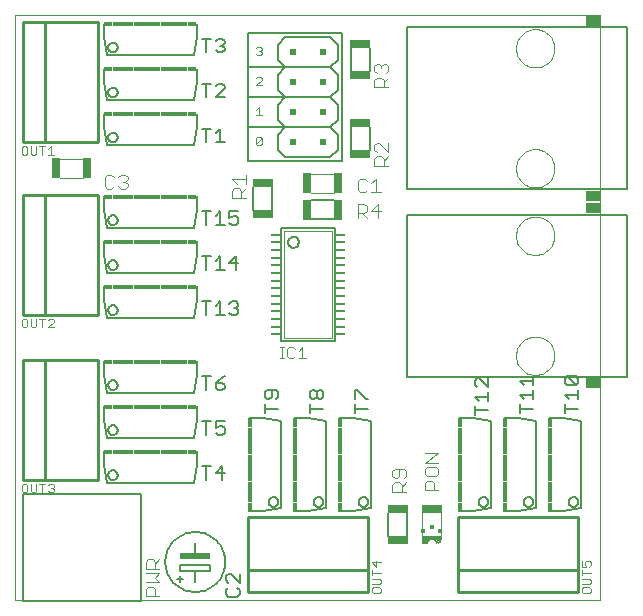
<source format=gto>
G75*
G70*
%OFA0B0*%
%FSLAX24Y24*%
%IPPOS*%
%LPD*%
%AMOC8*
5,1,8,0,0,1.08239X$1,22.5*
%
%ADD10C,0.0000*%
%ADD11C,0.0030*%
%ADD12C,0.0050*%
%ADD13C,0.0060*%
%ADD14R,0.0300X0.0150*%
%ADD15R,0.0200X0.0150*%
%ADD16R,0.0700X0.0150*%
%ADD17R,0.0150X0.0300*%
%ADD18R,0.0150X0.0200*%
%ADD19R,0.0150X0.0700*%
%ADD20R,0.0690X0.0290*%
%ADD21C,0.0040*%
%ADD22C,0.0020*%
%ADD23R,0.0330X0.0080*%
%ADD24R,0.0290X0.0690*%
%ADD25R,0.0295X0.0669*%
%ADD26R,0.1000X0.0200*%
%ADD27C,0.0080*%
%ADD28C,0.0004*%
%ADD29R,0.0450X0.0364*%
%ADD30R,0.0200X0.0200*%
%ADD31C,0.0100*%
%ADD32R,0.0197X0.0049*%
%ADD33R,0.0089X0.0128*%
%ADD34R,0.0049X0.0089*%
%ADD35R,0.0167X0.0049*%
%ADD36R,0.0197X0.0138*%
%ADD37R,0.0236X0.0049*%
%ADD38R,0.0669X0.0118*%
%ADD39R,0.0669X0.0276*%
%ADD40R,0.0128X0.0167*%
%ADD41R,0.0138X0.0138*%
D10*
X000180Y000680D02*
X000180Y020176D01*
X019675Y020176D01*
X019675Y000680D01*
X000180Y000680D01*
X016869Y008805D02*
X016871Y008855D01*
X016877Y008905D01*
X016887Y008954D01*
X016900Y009003D01*
X016918Y009050D01*
X016939Y009096D01*
X016963Y009139D01*
X016991Y009181D01*
X017022Y009221D01*
X017056Y009258D01*
X017093Y009292D01*
X017133Y009323D01*
X017175Y009351D01*
X017218Y009375D01*
X017264Y009396D01*
X017311Y009414D01*
X017360Y009427D01*
X017409Y009437D01*
X017459Y009443D01*
X017509Y009445D01*
X017559Y009443D01*
X017609Y009437D01*
X017658Y009427D01*
X017707Y009414D01*
X017754Y009396D01*
X017800Y009375D01*
X017843Y009351D01*
X017885Y009323D01*
X017925Y009292D01*
X017962Y009258D01*
X017996Y009221D01*
X018027Y009181D01*
X018055Y009139D01*
X018079Y009096D01*
X018100Y009050D01*
X018118Y009003D01*
X018131Y008954D01*
X018141Y008905D01*
X018147Y008855D01*
X018149Y008805D01*
X018147Y008755D01*
X018141Y008705D01*
X018131Y008656D01*
X018118Y008607D01*
X018100Y008560D01*
X018079Y008514D01*
X018055Y008471D01*
X018027Y008429D01*
X017996Y008389D01*
X017962Y008352D01*
X017925Y008318D01*
X017885Y008287D01*
X017843Y008259D01*
X017800Y008235D01*
X017754Y008214D01*
X017707Y008196D01*
X017658Y008183D01*
X017609Y008173D01*
X017559Y008167D01*
X017509Y008165D01*
X017459Y008167D01*
X017409Y008173D01*
X017360Y008183D01*
X017311Y008196D01*
X017264Y008214D01*
X017218Y008235D01*
X017175Y008259D01*
X017133Y008287D01*
X017093Y008318D01*
X017056Y008352D01*
X017022Y008389D01*
X016991Y008429D01*
X016963Y008471D01*
X016939Y008514D01*
X016918Y008560D01*
X016900Y008607D01*
X016887Y008656D01*
X016877Y008705D01*
X016871Y008755D01*
X016869Y008805D01*
X016869Y012805D02*
X016871Y012855D01*
X016877Y012905D01*
X016887Y012954D01*
X016900Y013003D01*
X016918Y013050D01*
X016939Y013096D01*
X016963Y013139D01*
X016991Y013181D01*
X017022Y013221D01*
X017056Y013258D01*
X017093Y013292D01*
X017133Y013323D01*
X017175Y013351D01*
X017218Y013375D01*
X017264Y013396D01*
X017311Y013414D01*
X017360Y013427D01*
X017409Y013437D01*
X017459Y013443D01*
X017509Y013445D01*
X017559Y013443D01*
X017609Y013437D01*
X017658Y013427D01*
X017707Y013414D01*
X017754Y013396D01*
X017800Y013375D01*
X017843Y013351D01*
X017885Y013323D01*
X017925Y013292D01*
X017962Y013258D01*
X017996Y013221D01*
X018027Y013181D01*
X018055Y013139D01*
X018079Y013096D01*
X018100Y013050D01*
X018118Y013003D01*
X018131Y012954D01*
X018141Y012905D01*
X018147Y012855D01*
X018149Y012805D01*
X018147Y012755D01*
X018141Y012705D01*
X018131Y012656D01*
X018118Y012607D01*
X018100Y012560D01*
X018079Y012514D01*
X018055Y012471D01*
X018027Y012429D01*
X017996Y012389D01*
X017962Y012352D01*
X017925Y012318D01*
X017885Y012287D01*
X017843Y012259D01*
X017800Y012235D01*
X017754Y012214D01*
X017707Y012196D01*
X017658Y012183D01*
X017609Y012173D01*
X017559Y012167D01*
X017509Y012165D01*
X017459Y012167D01*
X017409Y012173D01*
X017360Y012183D01*
X017311Y012196D01*
X017264Y012214D01*
X017218Y012235D01*
X017175Y012259D01*
X017133Y012287D01*
X017093Y012318D01*
X017056Y012352D01*
X017022Y012389D01*
X016991Y012429D01*
X016963Y012471D01*
X016939Y012514D01*
X016918Y012560D01*
X016900Y012607D01*
X016887Y012656D01*
X016877Y012705D01*
X016871Y012755D01*
X016869Y012805D01*
X016869Y015055D02*
X016871Y015105D01*
X016877Y015155D01*
X016887Y015204D01*
X016900Y015253D01*
X016918Y015300D01*
X016939Y015346D01*
X016963Y015389D01*
X016991Y015431D01*
X017022Y015471D01*
X017056Y015508D01*
X017093Y015542D01*
X017133Y015573D01*
X017175Y015601D01*
X017218Y015625D01*
X017264Y015646D01*
X017311Y015664D01*
X017360Y015677D01*
X017409Y015687D01*
X017459Y015693D01*
X017509Y015695D01*
X017559Y015693D01*
X017609Y015687D01*
X017658Y015677D01*
X017707Y015664D01*
X017754Y015646D01*
X017800Y015625D01*
X017843Y015601D01*
X017885Y015573D01*
X017925Y015542D01*
X017962Y015508D01*
X017996Y015471D01*
X018027Y015431D01*
X018055Y015389D01*
X018079Y015346D01*
X018100Y015300D01*
X018118Y015253D01*
X018131Y015204D01*
X018141Y015155D01*
X018147Y015105D01*
X018149Y015055D01*
X018147Y015005D01*
X018141Y014955D01*
X018131Y014906D01*
X018118Y014857D01*
X018100Y014810D01*
X018079Y014764D01*
X018055Y014721D01*
X018027Y014679D01*
X017996Y014639D01*
X017962Y014602D01*
X017925Y014568D01*
X017885Y014537D01*
X017843Y014509D01*
X017800Y014485D01*
X017754Y014464D01*
X017707Y014446D01*
X017658Y014433D01*
X017609Y014423D01*
X017559Y014417D01*
X017509Y014415D01*
X017459Y014417D01*
X017409Y014423D01*
X017360Y014433D01*
X017311Y014446D01*
X017264Y014464D01*
X017218Y014485D01*
X017175Y014509D01*
X017133Y014537D01*
X017093Y014568D01*
X017056Y014602D01*
X017022Y014639D01*
X016991Y014679D01*
X016963Y014721D01*
X016939Y014764D01*
X016918Y014810D01*
X016900Y014857D01*
X016887Y014906D01*
X016877Y014955D01*
X016871Y015005D01*
X016869Y015055D01*
X016869Y019055D02*
X016871Y019105D01*
X016877Y019155D01*
X016887Y019204D01*
X016900Y019253D01*
X016918Y019300D01*
X016939Y019346D01*
X016963Y019389D01*
X016991Y019431D01*
X017022Y019471D01*
X017056Y019508D01*
X017093Y019542D01*
X017133Y019573D01*
X017175Y019601D01*
X017218Y019625D01*
X017264Y019646D01*
X017311Y019664D01*
X017360Y019677D01*
X017409Y019687D01*
X017459Y019693D01*
X017509Y019695D01*
X017559Y019693D01*
X017609Y019687D01*
X017658Y019677D01*
X017707Y019664D01*
X017754Y019646D01*
X017800Y019625D01*
X017843Y019601D01*
X017885Y019573D01*
X017925Y019542D01*
X017962Y019508D01*
X017996Y019471D01*
X018027Y019431D01*
X018055Y019389D01*
X018079Y019346D01*
X018100Y019300D01*
X018118Y019253D01*
X018131Y019204D01*
X018141Y019155D01*
X018147Y019105D01*
X018149Y019055D01*
X018147Y019005D01*
X018141Y018955D01*
X018131Y018906D01*
X018118Y018857D01*
X018100Y018810D01*
X018079Y018764D01*
X018055Y018721D01*
X018027Y018679D01*
X017996Y018639D01*
X017962Y018602D01*
X017925Y018568D01*
X017885Y018537D01*
X017843Y018509D01*
X017800Y018485D01*
X017754Y018464D01*
X017707Y018446D01*
X017658Y018433D01*
X017609Y018423D01*
X017559Y018417D01*
X017509Y018415D01*
X017459Y018417D01*
X017409Y018423D01*
X017360Y018433D01*
X017311Y018446D01*
X017264Y018464D01*
X017218Y018485D01*
X017175Y018509D01*
X017133Y018537D01*
X017093Y018568D01*
X017056Y018602D01*
X017022Y018639D01*
X016991Y018679D01*
X016963Y018721D01*
X016939Y018764D01*
X016918Y018810D01*
X016900Y018857D01*
X016887Y018906D01*
X016877Y018955D01*
X016871Y019005D01*
X016869Y019055D01*
D11*
X008388Y019062D02*
X008388Y019013D01*
X008340Y018965D01*
X008388Y018917D01*
X008388Y018868D01*
X008340Y018820D01*
X008243Y018820D01*
X008195Y018868D01*
X008292Y018965D02*
X008340Y018965D01*
X008388Y019062D02*
X008340Y019110D01*
X008243Y019110D01*
X008195Y019062D01*
X008243Y018110D02*
X008195Y018062D01*
X008243Y018110D02*
X008340Y018110D01*
X008388Y018062D01*
X008388Y018013D01*
X008195Y017820D01*
X008388Y017820D01*
X008292Y017110D02*
X008292Y016820D01*
X008388Y016820D02*
X008195Y016820D01*
X008195Y017013D02*
X008292Y017110D01*
X008243Y016110D02*
X008340Y016110D01*
X008388Y016062D01*
X008195Y015868D01*
X008243Y015820D01*
X008340Y015820D01*
X008388Y015868D01*
X008388Y016062D01*
X008243Y016110D02*
X008195Y016062D01*
X008195Y015868D01*
X001469Y015500D02*
X001275Y015500D01*
X001372Y015500D02*
X001372Y015790D01*
X001275Y015693D01*
X001174Y015790D02*
X000981Y015790D01*
X001077Y015790D02*
X001077Y015500D01*
X000880Y015548D02*
X000880Y015790D01*
X000686Y015790D02*
X000686Y015548D01*
X000734Y015500D01*
X000831Y015500D01*
X000880Y015548D01*
X000585Y015548D02*
X000585Y015742D01*
X000537Y015790D01*
X000440Y015790D01*
X000391Y015742D01*
X000391Y015548D01*
X000440Y015500D01*
X000537Y015500D01*
X000585Y015548D01*
X000537Y010040D02*
X000585Y009992D01*
X000585Y009798D01*
X000537Y009750D01*
X000440Y009750D01*
X000391Y009798D01*
X000391Y009992D01*
X000440Y010040D01*
X000537Y010040D01*
X000686Y010040D02*
X000686Y009798D01*
X000734Y009750D01*
X000831Y009750D01*
X000880Y009798D01*
X000880Y010040D01*
X000981Y010040D02*
X001174Y010040D01*
X001077Y010040D02*
X001077Y009750D01*
X001275Y009750D02*
X001469Y009943D01*
X001469Y009992D01*
X001420Y010040D01*
X001324Y010040D01*
X001275Y009992D01*
X001275Y009750D02*
X001469Y009750D01*
X001420Y004540D02*
X001469Y004492D01*
X001469Y004443D01*
X001420Y004395D01*
X001469Y004347D01*
X001469Y004298D01*
X001420Y004250D01*
X001324Y004250D01*
X001275Y004298D01*
X001372Y004395D02*
X001420Y004395D01*
X001420Y004540D02*
X001324Y004540D01*
X001275Y004492D01*
X001174Y004540D02*
X000981Y004540D01*
X001077Y004540D02*
X001077Y004250D01*
X000880Y004298D02*
X000880Y004540D01*
X000686Y004540D02*
X000686Y004298D01*
X000734Y004250D01*
X000831Y004250D01*
X000880Y004298D01*
X000585Y004298D02*
X000585Y004492D01*
X000537Y004540D01*
X000440Y004540D01*
X000391Y004492D01*
X000391Y004298D01*
X000440Y004250D01*
X000537Y004250D01*
X000585Y004298D01*
X012070Y001920D02*
X012215Y001775D01*
X012215Y001969D01*
X012360Y001920D02*
X012070Y001920D01*
X012070Y001674D02*
X012070Y001481D01*
X012070Y001577D02*
X012360Y001577D01*
X012312Y001380D02*
X012070Y001380D01*
X012070Y001186D02*
X012312Y001186D01*
X012360Y001234D01*
X012360Y001331D01*
X012312Y001380D01*
X012312Y001085D02*
X012118Y001085D01*
X012070Y001037D01*
X012070Y000940D01*
X012118Y000891D01*
X012312Y000891D01*
X012360Y000940D01*
X012360Y001037D01*
X012312Y001085D01*
X019070Y001037D02*
X019070Y000940D01*
X019118Y000891D01*
X019312Y000891D01*
X019360Y000940D01*
X019360Y001037D01*
X019312Y001085D01*
X019118Y001085D01*
X019070Y001037D01*
X019070Y001186D02*
X019312Y001186D01*
X019360Y001234D01*
X019360Y001331D01*
X019312Y001380D01*
X019070Y001380D01*
X019070Y001481D02*
X019070Y001674D01*
X019070Y001577D02*
X019360Y001577D01*
X019312Y001775D02*
X019360Y001824D01*
X019360Y001920D01*
X019312Y001969D01*
X019215Y001969D01*
X019167Y001920D01*
X019167Y001872D01*
X019215Y001775D01*
X019070Y001775D01*
X019070Y001969D01*
D12*
X018495Y006895D02*
X018495Y007195D01*
X018495Y007045D02*
X018945Y007045D01*
X018945Y007355D02*
X018945Y007656D01*
X018945Y007506D02*
X018495Y007506D01*
X018645Y007355D01*
X018570Y007816D02*
X018495Y007891D01*
X018495Y008041D01*
X018570Y008116D01*
X018870Y007816D01*
X018945Y007891D01*
X018945Y008041D01*
X018870Y008116D01*
X018570Y008116D01*
X018570Y007816D02*
X018870Y007816D01*
X017445Y007816D02*
X017445Y008116D01*
X017445Y007966D02*
X016995Y007966D01*
X017145Y007816D01*
X016995Y007506D02*
X017445Y007506D01*
X017445Y007656D02*
X017445Y007355D01*
X017445Y007045D02*
X016995Y007045D01*
X016995Y006895D02*
X016995Y007195D01*
X017145Y007355D02*
X016995Y007506D01*
X015945Y007443D02*
X015495Y007443D01*
X015645Y007293D01*
X015495Y007133D02*
X015495Y006833D01*
X015495Y006983D02*
X015945Y006983D01*
X015945Y007293D02*
X015945Y007593D01*
X015945Y007753D02*
X015645Y008054D01*
X015570Y008054D01*
X015495Y007978D01*
X015495Y007828D01*
X015570Y007753D01*
X015945Y007753D02*
X015945Y008054D01*
X011945Y007355D02*
X011870Y007355D01*
X011570Y007656D01*
X011495Y007656D01*
X011495Y007355D01*
X011495Y007195D02*
X011495Y006895D01*
X011495Y007045D02*
X011945Y007045D01*
X010445Y007045D02*
X009995Y007045D01*
X009995Y006895D02*
X009995Y007195D01*
X010070Y007355D02*
X010145Y007355D01*
X010220Y007430D01*
X010220Y007581D01*
X010295Y007656D01*
X010370Y007656D01*
X010445Y007581D01*
X010445Y007430D01*
X010370Y007355D01*
X010295Y007355D01*
X010220Y007430D01*
X010220Y007581D02*
X010145Y007656D01*
X010070Y007656D01*
X009995Y007581D01*
X009995Y007430D01*
X010070Y007355D01*
X008945Y007430D02*
X008945Y007581D01*
X008870Y007656D01*
X008570Y007656D01*
X008495Y007581D01*
X008495Y007430D01*
X008570Y007355D01*
X008645Y007355D01*
X008720Y007430D01*
X008720Y007656D01*
X008945Y007430D02*
X008870Y007355D01*
X008945Y007045D02*
X008495Y007045D01*
X008495Y006895D02*
X008495Y007195D01*
X007156Y007740D02*
X007156Y007815D01*
X007081Y007890D01*
X006855Y007890D01*
X006855Y007740D01*
X006930Y007665D01*
X007081Y007665D01*
X007156Y007740D01*
X007006Y008040D02*
X006855Y007890D01*
X007006Y008040D02*
X007156Y008115D01*
X006695Y008115D02*
X006395Y008115D01*
X006545Y008115D02*
X006545Y007665D01*
X006545Y006615D02*
X006545Y006165D01*
X006855Y006240D02*
X006930Y006165D01*
X007081Y006165D01*
X007156Y006240D01*
X007156Y006390D01*
X007081Y006465D01*
X007006Y006465D01*
X006855Y006390D01*
X006855Y006615D01*
X007156Y006615D01*
X006695Y006615D02*
X006395Y006615D01*
X006395Y005115D02*
X006695Y005115D01*
X006545Y005115D02*
X006545Y004665D01*
X006855Y004890D02*
X007156Y004890D01*
X007081Y004665D02*
X007081Y005115D01*
X006855Y004890D01*
X004383Y004188D02*
X004383Y000645D01*
X000446Y000645D01*
X000446Y004188D01*
X004383Y004188D01*
X007205Y001466D02*
X007205Y001315D01*
X007280Y001240D01*
X007280Y001080D02*
X007205Y001005D01*
X007205Y000855D01*
X007280Y000780D01*
X007580Y000780D01*
X007655Y000855D01*
X007655Y001005D01*
X007580Y001080D01*
X007655Y001240D02*
X007355Y001541D01*
X007280Y001541D01*
X007205Y001466D01*
X007655Y001541D02*
X007655Y001240D01*
X007541Y010165D02*
X007391Y010165D01*
X007316Y010240D01*
X007156Y010165D02*
X006855Y010165D01*
X007006Y010165D02*
X007006Y010615D01*
X006855Y010465D01*
X006695Y010615D02*
X006395Y010615D01*
X006545Y010615D02*
X006545Y010165D01*
X007316Y010540D02*
X007391Y010615D01*
X007541Y010615D01*
X007616Y010540D01*
X007616Y010465D01*
X007541Y010390D01*
X007616Y010315D01*
X007616Y010240D01*
X007541Y010165D01*
X007541Y010390D02*
X007466Y010390D01*
X007541Y011665D02*
X007541Y012115D01*
X007316Y011890D01*
X007616Y011890D01*
X007156Y011665D02*
X006855Y011665D01*
X007006Y011665D02*
X007006Y012115D01*
X006855Y011965D01*
X006695Y012115D02*
X006395Y012115D01*
X006545Y012115D02*
X006545Y011665D01*
X006545Y013165D02*
X006545Y013615D01*
X006395Y013615D02*
X006695Y013615D01*
X006855Y013465D02*
X007006Y013615D01*
X007006Y013165D01*
X007156Y013165D02*
X006855Y013165D01*
X007316Y013240D02*
X007391Y013165D01*
X007541Y013165D01*
X007616Y013240D01*
X007616Y013390D01*
X007541Y013465D01*
X007466Y013465D01*
X007316Y013390D01*
X007316Y013615D01*
X007616Y013615D01*
X007930Y015305D02*
X007930Y016430D01*
X009305Y016430D01*
X009180Y017430D02*
X007930Y017430D01*
X007930Y018430D01*
X009180Y018430D01*
X007930Y018430D02*
X007930Y019555D01*
X011055Y019555D01*
X011055Y015305D01*
X007930Y015305D01*
X007156Y015915D02*
X006855Y015915D01*
X007006Y015915D02*
X007006Y016365D01*
X006855Y016215D01*
X006695Y016365D02*
X006395Y016365D01*
X006545Y016365D02*
X006545Y015915D01*
X007930Y016430D02*
X007930Y017430D01*
X007156Y017415D02*
X006855Y017415D01*
X007156Y017715D01*
X007156Y017790D01*
X007081Y017865D01*
X006930Y017865D01*
X006855Y017790D01*
X006695Y017865D02*
X006395Y017865D01*
X006545Y017865D02*
X006545Y017415D01*
X006545Y018915D02*
X006545Y019365D01*
X006395Y019365D02*
X006695Y019365D01*
X006855Y019290D02*
X006930Y019365D01*
X007081Y019365D01*
X007156Y019290D01*
X007156Y019215D01*
X007081Y019140D01*
X007156Y019065D01*
X007156Y018990D01*
X007081Y018915D01*
X006930Y018915D01*
X006855Y018990D01*
X007006Y019140D02*
X007081Y019140D01*
D13*
X006230Y019430D02*
X006230Y019880D01*
X006230Y019430D02*
X006130Y018830D01*
X005780Y018830D01*
X005380Y018830D01*
X004880Y018830D01*
X004480Y018830D01*
X003980Y018830D01*
X003580Y018830D01*
X003230Y018830D01*
X003130Y019430D01*
X003130Y019880D01*
X003270Y019080D02*
X003272Y019105D01*
X003278Y019129D01*
X003287Y019153D01*
X003301Y019174D01*
X003317Y019193D01*
X003336Y019209D01*
X003357Y019223D01*
X003381Y019232D01*
X003405Y019238D01*
X003430Y019240D01*
X003455Y019238D01*
X003479Y019232D01*
X003503Y019223D01*
X003524Y019209D01*
X003543Y019193D01*
X003559Y019174D01*
X003573Y019153D01*
X003582Y019129D01*
X003588Y019105D01*
X003590Y019080D01*
X003588Y019055D01*
X003582Y019031D01*
X003573Y019007D01*
X003559Y018986D01*
X003543Y018967D01*
X003524Y018951D01*
X003503Y018937D01*
X003479Y018928D01*
X003455Y018922D01*
X003430Y018920D01*
X003405Y018922D01*
X003381Y018928D01*
X003357Y018937D01*
X003336Y018951D01*
X003317Y018967D01*
X003301Y018986D01*
X003287Y019007D01*
X003278Y019031D01*
X003272Y019055D01*
X003270Y019080D01*
X003130Y018380D02*
X003130Y017930D01*
X003230Y017330D01*
X003580Y017330D01*
X003980Y017330D01*
X004480Y017330D01*
X004880Y017330D01*
X005380Y017330D01*
X005780Y017330D01*
X006130Y017330D01*
X006230Y017930D01*
X006230Y018380D01*
X006230Y016880D02*
X006230Y016430D01*
X006130Y015830D01*
X005780Y015830D01*
X005380Y015830D01*
X004880Y015830D01*
X004480Y015830D01*
X003980Y015830D01*
X003580Y015830D01*
X003230Y015830D01*
X003130Y016430D01*
X003130Y016880D01*
X003270Y016080D02*
X003272Y016105D01*
X003278Y016129D01*
X003287Y016153D01*
X003301Y016174D01*
X003317Y016193D01*
X003336Y016209D01*
X003357Y016223D01*
X003381Y016232D01*
X003405Y016238D01*
X003430Y016240D01*
X003455Y016238D01*
X003479Y016232D01*
X003503Y016223D01*
X003524Y016209D01*
X003543Y016193D01*
X003559Y016174D01*
X003573Y016153D01*
X003582Y016129D01*
X003588Y016105D01*
X003590Y016080D01*
X003588Y016055D01*
X003582Y016031D01*
X003573Y016007D01*
X003559Y015986D01*
X003543Y015967D01*
X003524Y015951D01*
X003503Y015937D01*
X003479Y015928D01*
X003455Y015922D01*
X003430Y015920D01*
X003405Y015922D01*
X003381Y015928D01*
X003357Y015937D01*
X003336Y015951D01*
X003317Y015967D01*
X003301Y015986D01*
X003287Y016007D01*
X003278Y016031D01*
X003272Y016055D01*
X003270Y016080D01*
X003270Y017580D02*
X003272Y017605D01*
X003278Y017629D01*
X003287Y017653D01*
X003301Y017674D01*
X003317Y017693D01*
X003336Y017709D01*
X003357Y017723D01*
X003381Y017732D01*
X003405Y017738D01*
X003430Y017740D01*
X003455Y017738D01*
X003479Y017732D01*
X003503Y017723D01*
X003524Y017709D01*
X003543Y017693D01*
X003559Y017674D01*
X003573Y017653D01*
X003582Y017629D01*
X003588Y017605D01*
X003590Y017580D01*
X003588Y017555D01*
X003582Y017531D01*
X003573Y017507D01*
X003559Y017486D01*
X003543Y017467D01*
X003524Y017451D01*
X003503Y017437D01*
X003479Y017428D01*
X003455Y017422D01*
X003430Y017420D01*
X003405Y017422D01*
X003381Y017428D01*
X003357Y017437D01*
X003336Y017451D01*
X003317Y017467D01*
X003301Y017486D01*
X003287Y017507D01*
X003278Y017531D01*
X003272Y017555D01*
X003270Y017580D01*
X003130Y014130D02*
X003130Y013680D01*
X003230Y013080D01*
X003580Y013080D01*
X003980Y013080D01*
X004480Y013080D01*
X004880Y013080D01*
X005380Y013080D01*
X005780Y013080D01*
X006130Y013080D01*
X006230Y013680D01*
X006230Y014130D01*
X006230Y012630D02*
X006230Y012180D01*
X006130Y011580D01*
X005780Y011580D01*
X005380Y011580D01*
X004880Y011580D01*
X004480Y011580D01*
X003980Y011580D01*
X003580Y011580D01*
X003230Y011580D01*
X003130Y012180D01*
X003130Y012630D01*
X003270Y013330D02*
X003272Y013355D01*
X003278Y013379D01*
X003287Y013403D01*
X003301Y013424D01*
X003317Y013443D01*
X003336Y013459D01*
X003357Y013473D01*
X003381Y013482D01*
X003405Y013488D01*
X003430Y013490D01*
X003455Y013488D01*
X003479Y013482D01*
X003503Y013473D01*
X003524Y013459D01*
X003543Y013443D01*
X003559Y013424D01*
X003573Y013403D01*
X003582Y013379D01*
X003588Y013355D01*
X003590Y013330D01*
X003588Y013305D01*
X003582Y013281D01*
X003573Y013257D01*
X003559Y013236D01*
X003543Y013217D01*
X003524Y013201D01*
X003503Y013187D01*
X003479Y013178D01*
X003455Y013172D01*
X003430Y013170D01*
X003405Y013172D01*
X003381Y013178D01*
X003357Y013187D01*
X003336Y013201D01*
X003317Y013217D01*
X003301Y013236D01*
X003287Y013257D01*
X003278Y013281D01*
X003272Y013305D01*
X003270Y013330D01*
X003270Y011830D02*
X003272Y011855D01*
X003278Y011879D01*
X003287Y011903D01*
X003301Y011924D01*
X003317Y011943D01*
X003336Y011959D01*
X003357Y011973D01*
X003381Y011982D01*
X003405Y011988D01*
X003430Y011990D01*
X003455Y011988D01*
X003479Y011982D01*
X003503Y011973D01*
X003524Y011959D01*
X003543Y011943D01*
X003559Y011924D01*
X003573Y011903D01*
X003582Y011879D01*
X003588Y011855D01*
X003590Y011830D01*
X003588Y011805D01*
X003582Y011781D01*
X003573Y011757D01*
X003559Y011736D01*
X003543Y011717D01*
X003524Y011701D01*
X003503Y011687D01*
X003479Y011678D01*
X003455Y011672D01*
X003430Y011670D01*
X003405Y011672D01*
X003381Y011678D01*
X003357Y011687D01*
X003336Y011701D01*
X003317Y011717D01*
X003301Y011736D01*
X003287Y011757D01*
X003278Y011781D01*
X003272Y011805D01*
X003270Y011830D01*
X003130Y011130D02*
X003130Y010680D01*
X003230Y010080D01*
X003580Y010080D01*
X003980Y010080D01*
X004480Y010080D01*
X004880Y010080D01*
X005380Y010080D01*
X005780Y010080D01*
X006130Y010080D01*
X006230Y010680D01*
X006230Y011130D01*
X008110Y013680D02*
X008110Y014435D01*
X008750Y014435D02*
X008750Y013680D01*
X009031Y013066D02*
X010829Y013066D01*
X010829Y009294D01*
X009031Y009294D01*
X009031Y013066D01*
X009270Y012588D02*
X009272Y012614D01*
X009278Y012640D01*
X009287Y012664D01*
X009300Y012687D01*
X009316Y012708D01*
X009335Y012726D01*
X009356Y012742D01*
X009380Y012754D01*
X009404Y012762D01*
X009430Y012767D01*
X009457Y012768D01*
X009483Y012765D01*
X009508Y012758D01*
X009532Y012748D01*
X009555Y012734D01*
X009575Y012718D01*
X009592Y012698D01*
X009607Y012676D01*
X009618Y012652D01*
X009626Y012627D01*
X009630Y012601D01*
X009630Y012575D01*
X009626Y012549D01*
X009618Y012524D01*
X009607Y012500D01*
X009592Y012478D01*
X009575Y012458D01*
X009555Y012442D01*
X009532Y012428D01*
X009508Y012418D01*
X009483Y012411D01*
X009457Y012408D01*
X009430Y012409D01*
X009404Y012414D01*
X009380Y012422D01*
X009356Y012434D01*
X009335Y012450D01*
X009316Y012468D01*
X009300Y012489D01*
X009287Y012512D01*
X009278Y012536D01*
X009272Y012562D01*
X009270Y012588D01*
X010050Y013360D02*
X010805Y013360D01*
X010805Y014000D02*
X010050Y014000D01*
X010680Y015430D02*
X009180Y015430D01*
X008930Y015680D01*
X008930Y016180D01*
X009180Y016430D01*
X010680Y016430D01*
X010930Y016680D01*
X010930Y017180D01*
X010680Y017430D01*
X009180Y017430D01*
X008930Y017680D01*
X008930Y018180D01*
X009180Y018430D01*
X008930Y018680D01*
X008930Y019180D01*
X009180Y019430D01*
X010680Y019430D01*
X010930Y019180D01*
X010930Y018680D01*
X010680Y018430D01*
X009180Y018430D01*
X009180Y017430D02*
X008930Y017180D01*
X008930Y016680D01*
X009180Y016430D01*
X010680Y016430D02*
X010930Y016180D01*
X010930Y015680D01*
X010680Y015430D01*
X011360Y015680D02*
X011360Y016435D01*
X012000Y016435D02*
X012000Y015680D01*
X010680Y017430D02*
X010930Y017680D01*
X010930Y018180D01*
X010680Y018430D01*
X011360Y018300D02*
X011360Y019055D01*
X012000Y019055D02*
X012000Y018300D01*
X003270Y010330D02*
X003272Y010355D01*
X003278Y010379D01*
X003287Y010403D01*
X003301Y010424D01*
X003317Y010443D01*
X003336Y010459D01*
X003357Y010473D01*
X003381Y010482D01*
X003405Y010488D01*
X003430Y010490D01*
X003455Y010488D01*
X003479Y010482D01*
X003503Y010473D01*
X003524Y010459D01*
X003543Y010443D01*
X003559Y010424D01*
X003573Y010403D01*
X003582Y010379D01*
X003588Y010355D01*
X003590Y010330D01*
X003588Y010305D01*
X003582Y010281D01*
X003573Y010257D01*
X003559Y010236D01*
X003543Y010217D01*
X003524Y010201D01*
X003503Y010187D01*
X003479Y010178D01*
X003455Y010172D01*
X003430Y010170D01*
X003405Y010172D01*
X003381Y010178D01*
X003357Y010187D01*
X003336Y010201D01*
X003317Y010217D01*
X003301Y010236D01*
X003287Y010257D01*
X003278Y010281D01*
X003272Y010305D01*
X003270Y010330D01*
X003130Y008630D02*
X003130Y008180D01*
X003230Y007580D01*
X003580Y007580D01*
X003980Y007580D01*
X004480Y007580D01*
X004880Y007580D01*
X005380Y007580D01*
X005780Y007580D01*
X006130Y007580D01*
X006230Y008180D01*
X006230Y008630D01*
X006230Y007130D02*
X006230Y006680D01*
X006130Y006080D01*
X005780Y006080D01*
X005380Y006080D01*
X004880Y006080D01*
X004480Y006080D01*
X003980Y006080D01*
X003580Y006080D01*
X003230Y006080D01*
X003130Y006680D01*
X003130Y007130D01*
X003270Y007830D02*
X003272Y007855D01*
X003278Y007879D01*
X003287Y007903D01*
X003301Y007924D01*
X003317Y007943D01*
X003336Y007959D01*
X003357Y007973D01*
X003381Y007982D01*
X003405Y007988D01*
X003430Y007990D01*
X003455Y007988D01*
X003479Y007982D01*
X003503Y007973D01*
X003524Y007959D01*
X003543Y007943D01*
X003559Y007924D01*
X003573Y007903D01*
X003582Y007879D01*
X003588Y007855D01*
X003590Y007830D01*
X003588Y007805D01*
X003582Y007781D01*
X003573Y007757D01*
X003559Y007736D01*
X003543Y007717D01*
X003524Y007701D01*
X003503Y007687D01*
X003479Y007678D01*
X003455Y007672D01*
X003430Y007670D01*
X003405Y007672D01*
X003381Y007678D01*
X003357Y007687D01*
X003336Y007701D01*
X003317Y007717D01*
X003301Y007736D01*
X003287Y007757D01*
X003278Y007781D01*
X003272Y007805D01*
X003270Y007830D01*
X003270Y006330D02*
X003272Y006355D01*
X003278Y006379D01*
X003287Y006403D01*
X003301Y006424D01*
X003317Y006443D01*
X003336Y006459D01*
X003357Y006473D01*
X003381Y006482D01*
X003405Y006488D01*
X003430Y006490D01*
X003455Y006488D01*
X003479Y006482D01*
X003503Y006473D01*
X003524Y006459D01*
X003543Y006443D01*
X003559Y006424D01*
X003573Y006403D01*
X003582Y006379D01*
X003588Y006355D01*
X003590Y006330D01*
X003588Y006305D01*
X003582Y006281D01*
X003573Y006257D01*
X003559Y006236D01*
X003543Y006217D01*
X003524Y006201D01*
X003503Y006187D01*
X003479Y006178D01*
X003455Y006172D01*
X003430Y006170D01*
X003405Y006172D01*
X003381Y006178D01*
X003357Y006187D01*
X003336Y006201D01*
X003317Y006217D01*
X003301Y006236D01*
X003287Y006257D01*
X003278Y006281D01*
X003272Y006305D01*
X003270Y006330D01*
X003130Y005630D02*
X003130Y005180D01*
X003230Y004580D01*
X003580Y004580D01*
X003980Y004580D01*
X004480Y004580D01*
X004880Y004580D01*
X005380Y004580D01*
X005780Y004580D01*
X006130Y004580D01*
X006230Y005180D01*
X006230Y005630D01*
X007980Y006730D02*
X008430Y006730D01*
X009030Y006630D01*
X009030Y006280D01*
X009030Y005880D01*
X009030Y005380D01*
X009030Y004980D01*
X009030Y004480D01*
X009030Y004080D01*
X009030Y003730D01*
X008430Y003630D01*
X007980Y003630D01*
X008620Y003930D02*
X008622Y003955D01*
X008628Y003979D01*
X008637Y004003D01*
X008651Y004024D01*
X008667Y004043D01*
X008686Y004059D01*
X008707Y004073D01*
X008731Y004082D01*
X008755Y004088D01*
X008780Y004090D01*
X008805Y004088D01*
X008829Y004082D01*
X008853Y004073D01*
X008874Y004059D01*
X008893Y004043D01*
X008909Y004024D01*
X008923Y004003D01*
X008932Y003979D01*
X008938Y003955D01*
X008940Y003930D01*
X008938Y003905D01*
X008932Y003881D01*
X008923Y003857D01*
X008909Y003836D01*
X008893Y003817D01*
X008874Y003801D01*
X008853Y003787D01*
X008829Y003778D01*
X008805Y003772D01*
X008780Y003770D01*
X008755Y003772D01*
X008731Y003778D01*
X008707Y003787D01*
X008686Y003801D01*
X008667Y003817D01*
X008651Y003836D01*
X008637Y003857D01*
X008628Y003881D01*
X008622Y003905D01*
X008620Y003930D01*
X009480Y003630D02*
X009930Y003630D01*
X010530Y003730D01*
X010530Y004080D01*
X010530Y004480D01*
X010530Y004980D01*
X010530Y005380D01*
X010530Y005880D01*
X010530Y006280D01*
X010530Y006630D01*
X009930Y006730D01*
X009480Y006730D01*
X010980Y006730D02*
X011430Y006730D01*
X012030Y006630D01*
X012030Y006280D01*
X012030Y005880D01*
X012030Y005380D01*
X012030Y004980D01*
X012030Y004480D01*
X012030Y004080D01*
X012030Y003730D01*
X011430Y003630D01*
X010980Y003630D01*
X011620Y003930D02*
X011622Y003955D01*
X011628Y003979D01*
X011637Y004003D01*
X011651Y004024D01*
X011667Y004043D01*
X011686Y004059D01*
X011707Y004073D01*
X011731Y004082D01*
X011755Y004088D01*
X011780Y004090D01*
X011805Y004088D01*
X011829Y004082D01*
X011853Y004073D01*
X011874Y004059D01*
X011893Y004043D01*
X011909Y004024D01*
X011923Y004003D01*
X011932Y003979D01*
X011938Y003955D01*
X011940Y003930D01*
X011938Y003905D01*
X011932Y003881D01*
X011923Y003857D01*
X011909Y003836D01*
X011893Y003817D01*
X011874Y003801D01*
X011853Y003787D01*
X011829Y003778D01*
X011805Y003772D01*
X011780Y003770D01*
X011755Y003772D01*
X011731Y003778D01*
X011707Y003787D01*
X011686Y003801D01*
X011667Y003817D01*
X011651Y003836D01*
X011637Y003857D01*
X011628Y003881D01*
X011622Y003905D01*
X011620Y003930D01*
X012610Y003555D02*
X012610Y002800D01*
X013250Y002800D02*
X013250Y003555D01*
X014980Y003630D02*
X015430Y003630D01*
X016030Y003730D01*
X016030Y004080D01*
X016030Y004480D01*
X016030Y004980D01*
X016030Y005380D01*
X016030Y005880D01*
X016030Y006280D01*
X016030Y006630D01*
X015430Y006730D01*
X014980Y006730D01*
X016480Y006730D02*
X016930Y006730D01*
X017530Y006630D01*
X017530Y006280D01*
X017530Y005880D01*
X017530Y005380D01*
X017530Y004980D01*
X017530Y004480D01*
X017530Y004080D01*
X017530Y003730D01*
X016930Y003630D01*
X016480Y003630D01*
X015620Y003930D02*
X015622Y003955D01*
X015628Y003979D01*
X015637Y004003D01*
X015651Y004024D01*
X015667Y004043D01*
X015686Y004059D01*
X015707Y004073D01*
X015731Y004082D01*
X015755Y004088D01*
X015780Y004090D01*
X015805Y004088D01*
X015829Y004082D01*
X015853Y004073D01*
X015874Y004059D01*
X015893Y004043D01*
X015909Y004024D01*
X015923Y004003D01*
X015932Y003979D01*
X015938Y003955D01*
X015940Y003930D01*
X015938Y003905D01*
X015932Y003881D01*
X015923Y003857D01*
X015909Y003836D01*
X015893Y003817D01*
X015874Y003801D01*
X015853Y003787D01*
X015829Y003778D01*
X015805Y003772D01*
X015780Y003770D01*
X015755Y003772D01*
X015731Y003778D01*
X015707Y003787D01*
X015686Y003801D01*
X015667Y003817D01*
X015651Y003836D01*
X015637Y003857D01*
X015628Y003881D01*
X015622Y003905D01*
X015620Y003930D01*
X017120Y003930D02*
X017122Y003955D01*
X017128Y003979D01*
X017137Y004003D01*
X017151Y004024D01*
X017167Y004043D01*
X017186Y004059D01*
X017207Y004073D01*
X017231Y004082D01*
X017255Y004088D01*
X017280Y004090D01*
X017305Y004088D01*
X017329Y004082D01*
X017353Y004073D01*
X017374Y004059D01*
X017393Y004043D01*
X017409Y004024D01*
X017423Y004003D01*
X017432Y003979D01*
X017438Y003955D01*
X017440Y003930D01*
X017438Y003905D01*
X017432Y003881D01*
X017423Y003857D01*
X017409Y003836D01*
X017393Y003817D01*
X017374Y003801D01*
X017353Y003787D01*
X017329Y003778D01*
X017305Y003772D01*
X017280Y003770D01*
X017255Y003772D01*
X017231Y003778D01*
X017207Y003787D01*
X017186Y003801D01*
X017167Y003817D01*
X017151Y003836D01*
X017137Y003857D01*
X017128Y003881D01*
X017122Y003905D01*
X017120Y003930D01*
X017980Y003630D02*
X018430Y003630D01*
X019030Y003730D01*
X019030Y004080D01*
X019030Y004480D01*
X019030Y004980D01*
X019030Y005380D01*
X019030Y005880D01*
X019030Y006280D01*
X019030Y006630D01*
X018430Y006730D01*
X017980Y006730D01*
X018620Y003930D02*
X018622Y003955D01*
X018628Y003979D01*
X018637Y004003D01*
X018651Y004024D01*
X018667Y004043D01*
X018686Y004059D01*
X018707Y004073D01*
X018731Y004082D01*
X018755Y004088D01*
X018780Y004090D01*
X018805Y004088D01*
X018829Y004082D01*
X018853Y004073D01*
X018874Y004059D01*
X018893Y004043D01*
X018909Y004024D01*
X018923Y004003D01*
X018932Y003979D01*
X018938Y003955D01*
X018940Y003930D01*
X018938Y003905D01*
X018932Y003881D01*
X018923Y003857D01*
X018909Y003836D01*
X018893Y003817D01*
X018874Y003801D01*
X018853Y003787D01*
X018829Y003778D01*
X018805Y003772D01*
X018780Y003770D01*
X018755Y003772D01*
X018731Y003778D01*
X018707Y003787D01*
X018686Y003801D01*
X018667Y003817D01*
X018651Y003836D01*
X018637Y003857D01*
X018628Y003881D01*
X018622Y003905D01*
X018620Y003930D01*
X010120Y003930D02*
X010122Y003955D01*
X010128Y003979D01*
X010137Y004003D01*
X010151Y004024D01*
X010167Y004043D01*
X010186Y004059D01*
X010207Y004073D01*
X010231Y004082D01*
X010255Y004088D01*
X010280Y004090D01*
X010305Y004088D01*
X010329Y004082D01*
X010353Y004073D01*
X010374Y004059D01*
X010393Y004043D01*
X010409Y004024D01*
X010423Y004003D01*
X010432Y003979D01*
X010438Y003955D01*
X010440Y003930D01*
X010438Y003905D01*
X010432Y003881D01*
X010423Y003857D01*
X010409Y003836D01*
X010393Y003817D01*
X010374Y003801D01*
X010353Y003787D01*
X010329Y003778D01*
X010305Y003772D01*
X010280Y003770D01*
X010255Y003772D01*
X010231Y003778D01*
X010207Y003787D01*
X010186Y003801D01*
X010167Y003817D01*
X010151Y003836D01*
X010137Y003857D01*
X010128Y003881D01*
X010122Y003905D01*
X010120Y003930D01*
X006680Y001830D02*
X006680Y001630D01*
X006180Y001630D01*
X005680Y001630D01*
X005680Y001830D01*
X006680Y001830D01*
X005180Y001930D02*
X005182Y001993D01*
X005188Y002055D01*
X005198Y002117D01*
X005211Y002179D01*
X005229Y002239D01*
X005250Y002298D01*
X005275Y002356D01*
X005304Y002412D01*
X005336Y002466D01*
X005371Y002518D01*
X005409Y002567D01*
X005451Y002615D01*
X005495Y002659D01*
X005543Y002701D01*
X005592Y002739D01*
X005644Y002774D01*
X005698Y002806D01*
X005754Y002835D01*
X005812Y002860D01*
X005871Y002881D01*
X005931Y002899D01*
X005993Y002912D01*
X006055Y002922D01*
X006117Y002928D01*
X006180Y002930D01*
X006243Y002928D01*
X006305Y002922D01*
X006367Y002912D01*
X006429Y002899D01*
X006489Y002881D01*
X006548Y002860D01*
X006606Y002835D01*
X006662Y002806D01*
X006716Y002774D01*
X006768Y002739D01*
X006817Y002701D01*
X006865Y002659D01*
X006909Y002615D01*
X006951Y002567D01*
X006989Y002518D01*
X007024Y002466D01*
X007056Y002412D01*
X007085Y002356D01*
X007110Y002298D01*
X007131Y002239D01*
X007149Y002179D01*
X007162Y002117D01*
X007172Y002055D01*
X007178Y001993D01*
X007180Y001930D01*
X007178Y001867D01*
X007172Y001805D01*
X007162Y001743D01*
X007149Y001681D01*
X007131Y001621D01*
X007110Y001562D01*
X007085Y001504D01*
X007056Y001448D01*
X007024Y001394D01*
X006989Y001342D01*
X006951Y001293D01*
X006909Y001245D01*
X006865Y001201D01*
X006817Y001159D01*
X006768Y001121D01*
X006716Y001086D01*
X006662Y001054D01*
X006606Y001025D01*
X006548Y001000D01*
X006489Y000979D01*
X006429Y000961D01*
X006367Y000948D01*
X006305Y000938D01*
X006243Y000932D01*
X006180Y000930D01*
X006117Y000932D01*
X006055Y000938D01*
X005993Y000948D01*
X005931Y000961D01*
X005871Y000979D01*
X005812Y001000D01*
X005754Y001025D01*
X005698Y001054D01*
X005644Y001086D01*
X005592Y001121D01*
X005543Y001159D01*
X005495Y001201D01*
X005451Y001245D01*
X005409Y001293D01*
X005371Y001342D01*
X005336Y001394D01*
X005304Y001448D01*
X005275Y001504D01*
X005250Y001562D01*
X005229Y001621D01*
X005211Y001681D01*
X005198Y001743D01*
X005188Y001805D01*
X005182Y001867D01*
X005180Y001930D01*
X005680Y001480D02*
X005680Y001380D01*
X005580Y001380D01*
X005680Y001380D02*
X005780Y001380D01*
X005680Y001380D02*
X005680Y001280D01*
X006180Y001280D02*
X006180Y001630D01*
X006180Y002180D02*
X006180Y002580D01*
X003270Y004830D02*
X003272Y004855D01*
X003278Y004879D01*
X003287Y004903D01*
X003301Y004924D01*
X003317Y004943D01*
X003336Y004959D01*
X003357Y004973D01*
X003381Y004982D01*
X003405Y004988D01*
X003430Y004990D01*
X003455Y004988D01*
X003479Y004982D01*
X003503Y004973D01*
X003524Y004959D01*
X003543Y004943D01*
X003559Y004924D01*
X003573Y004903D01*
X003582Y004879D01*
X003588Y004855D01*
X003590Y004830D01*
X003588Y004805D01*
X003582Y004781D01*
X003573Y004757D01*
X003559Y004736D01*
X003543Y004717D01*
X003524Y004701D01*
X003503Y004687D01*
X003479Y004678D01*
X003455Y004672D01*
X003430Y004670D01*
X003405Y004672D01*
X003381Y004678D01*
X003357Y004687D01*
X003336Y004701D01*
X003317Y004717D01*
X003301Y004736D01*
X003287Y004757D01*
X003278Y004781D01*
X003272Y004805D01*
X003270Y004830D01*
D14*
X003280Y005605D03*
X003280Y007105D03*
X003280Y008605D03*
X003280Y011105D03*
X003280Y012605D03*
X003280Y014105D03*
X003280Y016855D03*
X003280Y018355D03*
X003280Y019855D03*
X006080Y019855D03*
X006080Y018355D03*
X006080Y016855D03*
X006080Y014105D03*
X006080Y012605D03*
X006080Y011105D03*
X006080Y008605D03*
X006080Y007105D03*
X006080Y005605D03*
D15*
X005130Y005605D03*
X004230Y005605D03*
X004230Y007105D03*
X005130Y007105D03*
X005130Y008605D03*
X004230Y008605D03*
X004230Y011105D03*
X005130Y011105D03*
X005130Y012605D03*
X004230Y012605D03*
X004230Y014105D03*
X005130Y014105D03*
X005130Y016855D03*
X004230Y016855D03*
X004230Y018355D03*
X005130Y018355D03*
X005130Y019855D03*
X004230Y019855D03*
D16*
X003780Y019855D03*
X004680Y019855D03*
X005580Y019855D03*
X005580Y018355D03*
X004680Y018355D03*
X003780Y018355D03*
X003780Y016855D03*
X004680Y016855D03*
X005580Y016855D03*
X005580Y014105D03*
X004680Y014105D03*
X003780Y014105D03*
X003780Y012605D03*
X004680Y012605D03*
X005580Y012605D03*
X005580Y011105D03*
X004680Y011105D03*
X003780Y011105D03*
X003780Y008605D03*
X004680Y008605D03*
X005580Y008605D03*
X005580Y007105D03*
X004680Y007105D03*
X003780Y007105D03*
X003780Y005605D03*
X004680Y005605D03*
X005580Y005605D03*
D17*
X008005Y006580D03*
X009505Y006580D03*
X011005Y006580D03*
X011005Y003780D03*
X009505Y003780D03*
X008005Y003780D03*
X015005Y003780D03*
X016505Y003780D03*
X018005Y003780D03*
X018005Y006580D03*
X016505Y006580D03*
X015005Y006580D03*
D18*
X015005Y005630D03*
X015005Y004730D03*
X016505Y004730D03*
X016505Y005630D03*
X018005Y005630D03*
X018005Y004730D03*
X011005Y004730D03*
X011005Y005630D03*
X009505Y005630D03*
X009505Y004730D03*
X008005Y004730D03*
X008005Y005630D03*
D19*
X008005Y005180D03*
X008005Y006080D03*
X009505Y006080D03*
X009505Y005180D03*
X009505Y004280D03*
X008005Y004280D03*
X011005Y004280D03*
X011005Y005180D03*
X011005Y006080D03*
X015005Y006080D03*
X015005Y005180D03*
X015005Y004280D03*
X016505Y004280D03*
X016505Y005180D03*
X016505Y006080D03*
X018005Y006080D03*
X018005Y005180D03*
X018005Y004280D03*
D20*
X012930Y003700D03*
X012930Y002660D03*
X008430Y013535D03*
X008430Y014575D03*
X011680Y015535D03*
X011680Y016575D03*
X011680Y018160D03*
X011680Y019200D03*
D21*
X012226Y018534D02*
X012150Y018457D01*
X012150Y018304D01*
X012226Y018227D01*
X012226Y018074D02*
X012150Y017997D01*
X012150Y017767D01*
X012610Y017767D01*
X012457Y017767D02*
X012457Y017997D01*
X012380Y018074D01*
X012226Y018074D01*
X012457Y017920D02*
X012610Y018074D01*
X012533Y018227D02*
X012610Y018304D01*
X012610Y018457D01*
X012533Y018534D01*
X012457Y018534D01*
X012380Y018457D01*
X012380Y018381D01*
X012380Y018457D02*
X012303Y018534D01*
X012226Y018534D01*
X012226Y015909D02*
X012150Y015832D01*
X012150Y015679D01*
X012226Y015602D01*
X012226Y015449D02*
X012150Y015372D01*
X012150Y015142D01*
X012610Y015142D01*
X012457Y015142D02*
X012457Y015372D01*
X012380Y015449D01*
X012226Y015449D01*
X012457Y015295D02*
X012610Y015449D01*
X012610Y015602D02*
X012303Y015909D01*
X012226Y015909D01*
X012610Y015909D02*
X012610Y015602D01*
X012206Y014710D02*
X012206Y014250D01*
X012359Y014250D02*
X012052Y014250D01*
X011899Y014327D02*
X011822Y014250D01*
X011668Y014250D01*
X011592Y014327D01*
X011592Y014634D01*
X011668Y014710D01*
X011822Y014710D01*
X011899Y014634D01*
X012052Y014557D02*
X012206Y014710D01*
X012278Y013860D02*
X012048Y013630D01*
X012355Y013630D01*
X012278Y013400D02*
X012278Y013860D01*
X011894Y013784D02*
X011894Y013630D01*
X011818Y013553D01*
X011588Y013553D01*
X011741Y013553D02*
X011894Y013400D01*
X011894Y013784D02*
X011818Y013860D01*
X011588Y013860D01*
X011588Y013400D01*
X010810Y014245D02*
X010050Y014245D01*
X010050Y014865D02*
X010810Y014865D01*
X007860Y014847D02*
X007860Y014540D01*
X007860Y014693D02*
X007400Y014693D01*
X007553Y014540D01*
X007476Y014386D02*
X007400Y014309D01*
X007400Y014079D01*
X007860Y014079D01*
X007707Y014079D02*
X007707Y014309D01*
X007630Y014386D01*
X007476Y014386D01*
X007707Y014233D02*
X007860Y014386D01*
X003922Y014452D02*
X003845Y014375D01*
X003691Y014375D01*
X003615Y014452D01*
X003461Y014452D02*
X003384Y014375D01*
X003231Y014375D01*
X003154Y014452D01*
X003154Y014759D01*
X003231Y014835D01*
X003384Y014835D01*
X003461Y014759D01*
X003615Y014759D02*
X003691Y014835D01*
X003845Y014835D01*
X003922Y014759D01*
X003922Y014682D01*
X003845Y014605D01*
X003922Y014528D01*
X003922Y014452D01*
X003845Y014605D02*
X003768Y014605D01*
X002435Y014745D02*
X001675Y014745D01*
X001675Y015365D02*
X002435Y015365D01*
X009005Y009096D02*
X009125Y009096D01*
X009065Y009096D02*
X009065Y008736D01*
X009005Y008736D02*
X009125Y008736D01*
X009251Y008796D02*
X009311Y008736D01*
X009431Y008736D01*
X009491Y008796D01*
X009619Y008736D02*
X009859Y008736D01*
X009739Y008736D02*
X009739Y009096D01*
X009619Y008976D01*
X009491Y009036D02*
X009431Y009096D01*
X009311Y009096D01*
X009251Y009036D01*
X009251Y008796D01*
X012826Y005042D02*
X012750Y004966D01*
X012750Y004812D01*
X012826Y004735D01*
X012903Y004735D01*
X012980Y004812D01*
X012980Y005042D01*
X013133Y005042D02*
X012826Y005042D01*
X013133Y005042D02*
X013210Y004966D01*
X013210Y004812D01*
X013133Y004735D01*
X013210Y004582D02*
X013057Y004428D01*
X013057Y004505D02*
X013057Y004275D01*
X013210Y004275D02*
X012750Y004275D01*
X012750Y004505D01*
X012826Y004582D01*
X012980Y004582D01*
X013057Y004505D01*
X013825Y004555D02*
X013825Y004325D01*
X014285Y004325D01*
X014132Y004325D02*
X014132Y004555D01*
X014055Y004632D01*
X013901Y004632D01*
X013825Y004555D01*
X013901Y004785D02*
X013825Y004862D01*
X013825Y005016D01*
X013901Y005092D01*
X014208Y005092D01*
X014285Y005016D01*
X014285Y004862D01*
X014208Y004785D01*
X013901Y004785D01*
X013825Y005246D02*
X014285Y005553D01*
X013825Y005553D01*
X013825Y005246D02*
X014285Y005246D01*
X014370Y003554D02*
X014370Y002806D01*
X014233Y002619D02*
X014235Y002631D01*
X014240Y002642D01*
X014249Y002651D01*
X014260Y002656D01*
X014272Y002658D01*
X014284Y002656D01*
X014295Y002651D01*
X014304Y002642D01*
X014309Y002631D01*
X014311Y002619D01*
X014309Y002607D01*
X014304Y002596D01*
X014295Y002587D01*
X014284Y002582D01*
X014272Y002580D01*
X014260Y002582D01*
X014249Y002587D01*
X014240Y002596D01*
X014235Y002607D01*
X014233Y002619D01*
X014213Y002550D02*
X014209Y002574D01*
X014203Y002596D01*
X014192Y002618D01*
X014179Y002638D01*
X014163Y002655D01*
X014145Y002670D01*
X014124Y002682D01*
X014102Y002691D01*
X014079Y002696D01*
X014055Y002698D01*
X014031Y002696D01*
X014008Y002691D01*
X013986Y002682D01*
X013965Y002670D01*
X013947Y002655D01*
X013931Y002638D01*
X013918Y002618D01*
X013907Y002596D01*
X013901Y002574D01*
X013897Y002550D01*
X013740Y002806D02*
X013740Y003554D01*
X004983Y002019D02*
X004830Y001865D01*
X004830Y001942D02*
X004830Y001712D01*
X004983Y001712D02*
X004523Y001712D01*
X004523Y001942D01*
X004600Y002019D01*
X004753Y002019D01*
X004830Y001942D01*
X004983Y001559D02*
X004523Y001559D01*
X004523Y001252D02*
X004983Y001252D01*
X004830Y001405D01*
X004983Y001559D01*
X004753Y001098D02*
X004830Y001021D01*
X004830Y000791D01*
X004983Y000791D02*
X004523Y000791D01*
X004523Y001021D01*
X004600Y001098D01*
X004753Y001098D01*
D22*
X009121Y009384D02*
X010739Y009384D01*
X010739Y012976D01*
X009121Y012976D01*
X009121Y009384D01*
D23*
X008866Y009517D03*
X008866Y009773D03*
X008866Y010028D03*
X008866Y010284D03*
X008866Y010540D03*
X008866Y010796D03*
X008866Y011052D03*
X008866Y011308D03*
X008866Y011564D03*
X008866Y011820D03*
X008866Y012076D03*
X008866Y012332D03*
X008866Y012587D03*
X008866Y012843D03*
X010994Y012843D03*
X010994Y012587D03*
X010994Y012332D03*
X010994Y012076D03*
X010994Y011820D03*
X010994Y011564D03*
X010994Y011308D03*
X010994Y011052D03*
X010994Y010796D03*
X010994Y010540D03*
X010994Y010284D03*
X010994Y010028D03*
X010994Y009773D03*
X010994Y009517D03*
D24*
X010950Y013680D03*
X009910Y013680D03*
D25*
X009908Y014555D03*
X010952Y014555D03*
X002577Y015055D03*
X001533Y015055D03*
D26*
X006180Y002130D03*
D27*
X013249Y008098D02*
X020573Y008098D01*
X020573Y013512D01*
X013249Y013512D01*
X013249Y008098D01*
X013249Y014348D02*
X020573Y014348D01*
X020573Y019762D01*
X013249Y019762D01*
X013249Y014348D01*
D28*
X019678Y013980D02*
X019678Y020130D01*
X019678Y013880D02*
X019678Y007730D01*
D29*
X019443Y007887D03*
X019443Y013723D03*
X019443Y014137D03*
X019443Y019973D03*
D30*
X010430Y018930D03*
X010430Y017930D03*
X010430Y016930D03*
X010430Y015930D03*
X009430Y015930D03*
X009430Y016930D03*
X009430Y017930D03*
X009430Y018930D03*
D31*
X002930Y019930D02*
X002930Y015930D01*
X001180Y015930D01*
X001180Y019930D01*
X002930Y019930D01*
X001180Y019930D02*
X000430Y019930D01*
X000430Y015930D01*
X001180Y015930D01*
X001180Y014180D02*
X000430Y014180D01*
X000430Y010180D01*
X001180Y010180D01*
X001180Y014180D01*
X002930Y014180D01*
X002930Y010180D01*
X001180Y010180D01*
X001180Y008680D02*
X000430Y008680D01*
X000430Y004680D01*
X001180Y004680D01*
X001180Y008680D01*
X002930Y008680D01*
X002930Y004680D01*
X001180Y004680D01*
X007930Y003430D02*
X007930Y001680D01*
X011930Y001680D01*
X011930Y000930D01*
X007930Y000930D01*
X007930Y001680D01*
X007930Y003430D02*
X011930Y003430D01*
X011930Y001680D01*
X014930Y001680D02*
X014930Y000930D01*
X018930Y000930D01*
X018930Y001680D01*
X014930Y001680D01*
X014930Y003430D01*
X018930Y003430D01*
X018930Y001680D01*
D32*
X014291Y002555D03*
D33*
X014345Y002634D03*
D34*
X014208Y002653D03*
D35*
X014227Y002673D03*
D36*
X013819Y002599D03*
D37*
X013838Y002673D03*
D38*
X014055Y002747D03*
D39*
X014055Y003692D03*
D40*
X013784Y002959D03*
X014326Y002959D03*
D41*
X014055Y003111D03*
M02*

</source>
